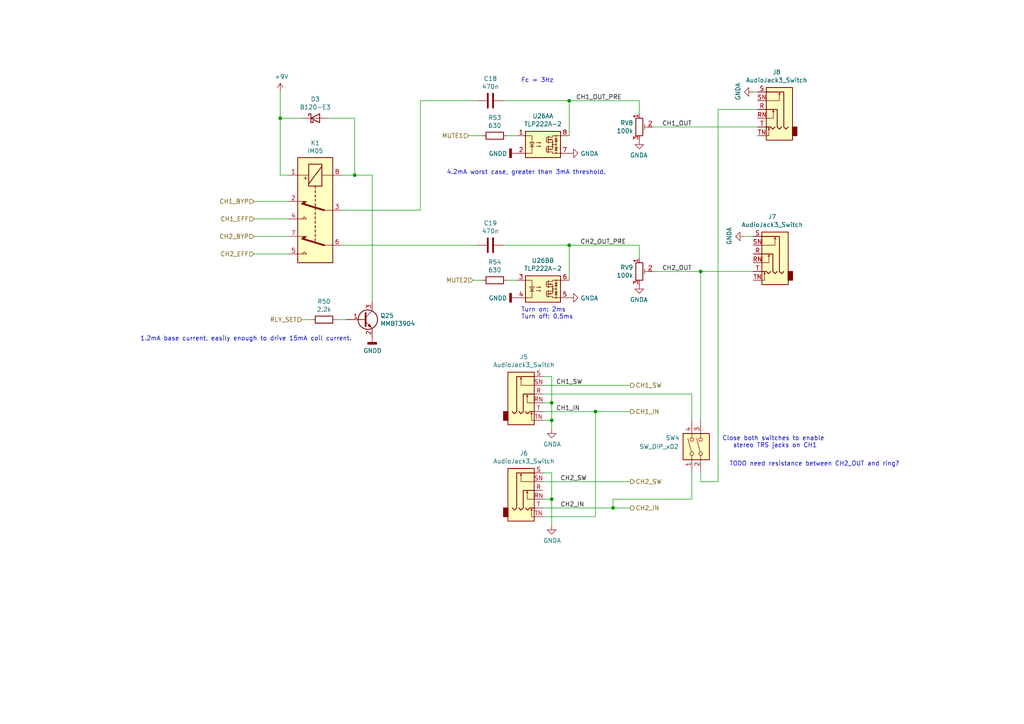
<source format=kicad_sch>
(kicad_sch (version 20250114) (generator "eeschema") (generator_version "9.0")
  (paper "A4")
  (lib_symbols
    (symbol "Device:C" (pin_numbers (hide yes)) (pin_names (offset 0.254))
      (property "Reference" "C" (at 0.635 2.54 0))
      (property "Value" "C" (at 0.635 -2.54 0))
      (symbol "C_0_1"
        (polyline (pts (xy -2.032 0.762) (xy 2.032 0.762)) (stroke (width 0.508)))
        (polyline (pts (xy -2.032 -0.762) (xy 2.032 -0.762)) (stroke (width 0.508)))
      )
      (symbol "C_1_1"
        (pin passive line (at 0 3.81 270) (length 2.794) (name "~") (number "1"))
        (pin passive line (at 0 -3.81 90) (length 2.794) (name "~") (number "2"))
      )
    )
    (symbol "Device:R" (pin_numbers (hide yes)) (pin_names (offset 0))
      (property "Reference" "R" (at 2.032 0 90))
      (property "Value" "R" (at 0 0 90))
      (symbol "R_0_1"
        (rectangle (start -1.016 -2.54) (end 1.016 2.54) (stroke (width 0.254)))
      )
      (symbol "R_1_1"
        (pin passive line (at 0 3.81 270) (length 1.27) (name "~") (number "1"))
        (pin passive line (at 0 -3.81 90) (length 1.27) (name "~") (number "2"))
      )
    )
    (symbol "Digital Board Rev 2-rescue:+9V-power" (power) (pin_names (offset 0))
      (property "Value" "power_+9V" (at 0 3.556 0))
      (symbol "+9V-power_0_1"
        (polyline (pts (xy -0.762 1.27) (xy 0 2.54)))
        (polyline (pts (xy 0 2.54) (xy 0.762 1.27)))
        (polyline (pts (xy 0 0) (xy 0 2.54)))
      )
      (symbol "+9V-power_1_1"
        (pin power_in line (at 0 0 90) (length 0) (hide yes) (name "+9V") (number "1"))
      )
    )
    (symbol "Digital Board Rev 2-rescue:AudioJack3_Switch-Connector"
      (property "Reference" "J" (at 0 11.43 0))
      (property "Value" "Connector_AudioJack3_Switch" (at 0 8.89 0))
      (symbol "AudioJack3_Switch-Connector_0_1"
        (rectangle (start -5.08 -5.08) (end -6.35 -7.62) (stroke (width 0.254)) (fill (type outline)))
        (polyline (pts (xy -1.905 -5.08) (xy -1.27 -5.715) (xy -0.635 -5.08) (xy -0.635 0) (xy 2.54 0)) (stroke (width 0.254)))
        (polyline (pts (xy -1.27 4.826) (xy -1.016 4.318)))
        (polyline (pts (xy 0 -5.08) (xy 0.635 -5.715) (xy 1.27 -5.08) (xy 2.54 -5.08)) (stroke (width 0.254)))
        (polyline (pts (xy 0.508 -0.254) (xy 0.762 -0.762)))
        (polyline (pts (xy 1.778 -5.334) (xy 2.032 -5.842)))
        (rectangle (start 2.54 6.35) (end -5.08 -8.89) (stroke (width 0.254)) (fill (type background)))
        (polyline (pts (xy 2.54 5.08) (xy -2.54 5.08) (xy -2.54 -5.08) (xy -3.175 -5.715) (xy -3.81 -5.08)) (stroke (width 0.254)))
        (polyline (pts (xy 2.54 2.54) (xy -1.27 2.54) (xy -1.27 4.826) (xy -1.524 4.318)))
        (polyline (pts (xy 2.54 -2.54) (xy 0.508 -2.54) (xy 0.508 -0.254) (xy 0.254 -0.762)))
        (polyline (pts (xy 2.54 -7.62) (xy 1.778 -7.62) (xy 1.778 -5.334) (xy 1.524 -5.842)))
      )
      (symbol "AudioJack3_Switch-Connector_1_1"
        (pin passive line (at 5.08 5.08 180) (length 2.54) (name "~") (number "S"))
        (pin passive line (at 5.08 2.54 180) (length 2.54) (name "~") (number "SN"))
        (pin passive line (at 5.08 0 180) (length 2.54) (name "~") (number "R"))
        (pin passive line (at 5.08 -2.54 180) (length 2.54) (name "~") (number "RN"))
        (pin passive line (at 5.08 -5.08 180) (length 2.54) (name "~") (number "T"))
        (pin passive line (at 5.08 -7.62 180) (length 2.54) (name "~") (number "TN"))
      )
    )
    (symbol "Digital Board Rev 2-rescue:GNDA-power" (power) (pin_names (offset 0))
      (property "Value" "power_GNDA" (at 0 -3.81 0))
      (symbol "GNDA-power_0_1"
        (polyline (pts (xy 0 0) (xy 0 -1.27) (xy 1.27 -1.27) (xy 0 -2.54) (xy -1.27 -1.27) (xy 0 -1.27)))
      )
      (symbol "GNDA-power_1_1"
        (pin power_in line (at 0 0 270) (length 0) (hide yes) (name "GNDA") (number "1"))
      )
    )
    (symbol "Digital Board Rev 2-rescue:GNDD-power" (power) (pin_names (offset 0))
      (property "Value" "power_GNDD" (at 0 -3.175 0))
      (symbol "GNDD-power_0_1"
        (rectangle (start -1.27 -1.524) (end 1.27 -2.032) (stroke (width 0.254)) (fill (type outline)))
        (polyline (pts (xy 0 0) (xy 0 -1.524)))
      )
      (symbol "GNDD-power_1_1"
        (pin power_in line (at 0 0 270) (length 0) (hide yes) (name "GNDD") (number "1"))
      )
    )
    (symbol "Digital Board Rev 2-rescue:R_POT_TRIM-Device" (pin_names (offset 1.016) (hide yes))
      (property "Reference" "RV" (at -4.445 0 90))
      (property "Value" "Device_R_POT_TRIM" (at -2.54 0 90))
      (symbol "R_POT_TRIM-Device_0_1"
        (rectangle (start 1.016 2.54) (end -1.016 -2.54) (stroke (width 0.254)))
        (polyline (pts (xy 1.524 0.762) (xy 1.524 -0.762)))
        (polyline (pts (xy 2.54 0) (xy 1.524 0)))
      )
      (symbol "R_POT_TRIM-Device_1_1"
        (pin passive line (at 0 3.81 270) (length 1.27) (name "1") (number "1"))
        (pin passive line (at 0 -3.81 90) (length 1.27) (name "3") (number "3"))
        (pin passive line (at 3.81 0 180) (length 1.27) (name "2") (number "2"))
      )
    )
    (symbol "Diode:B120-E3" (pin_numbers (hide yes)) (pin_names (hide yes))
      (property "Reference" "D" (at 0 2.54 0))
      (property "Value" "B120-E3" (at 0 -2.54 0))
      (symbol "B120-E3_0_1"
        (polyline (pts (xy -1.905 0.635) (xy -1.905 1.27) (xy -1.27 1.27) (xy -1.27 -1.27) (xy -0.635 -1.27) (xy -0.635 -0.635)) (stroke (width 0.254)))
        (polyline (pts (xy 1.27 1.27) (xy 1.27 -1.27) (xy -1.27 0) (xy 1.27 1.27)) (stroke (width 0.254)))
        (polyline (pts (xy 1.27 0) (xy -1.27 0)))
      )
      (symbol "B120-E3_1_1"
        (pin passive line (at -3.81 0 0) (length 2.54) (name "K") (number "1"))
        (pin passive line (at 3.81 0 180) (length 2.54) (name "A") (number "2"))
      )
    )
    (symbol "Relay:IM05"
      (property "Reference" "K" (at 16.51 3.81 0))
      (property "Value" "IM05" (at 16.51 1.27 0))
      (symbol "IM05_0_0"
        (text "+" (at -9.271 2.921 0) (effects (font (size 1.27 1.27))))
      )
      (symbol "IM05_0_1"
        (rectangle (start -15.24 5.08) (end 15.24 -5.08) (stroke (width 0.254)) (fill (type background)))
        (rectangle (start -13.335 1.905) (end -6.985 -1.905) (stroke (width 0.254)))
        (polyline (pts (xy -12.7 -1.905) (xy -7.62 1.905)) (stroke (width 0.254)))
        (polyline (pts (xy -10.16 5.08) (xy -10.16 1.905)))
        (polyline (pts (xy -10.16 -5.08) (xy -10.16 -1.905)))
        (polyline (pts (xy -6.985 0) (xy -6.35 0)) (stroke (width 0.254)))
        (polyline (pts (xy -5.715 0) (xy -5.08 0)) (stroke (width 0.254)))
        (polyline (pts (xy -4.445 0) (xy -3.81 0)) (stroke (width 0.254)))
        (polyline (pts (xy -3.175 0) (xy -2.54 0)) (stroke (width 0.254)))
        (polyline (pts (xy -2.54 5.08) (xy -2.54 2.54) (xy -1.905 3.175) (xy -2.54 3.81)) (fill (type outline)))
        (polyline (pts (xy -1.905 0) (xy -1.27 0)) (stroke (width 0.254)))
        (polyline (pts (xy -0.635 0) (xy 0 0)) (stroke (width 0.254)))
        (polyline (pts (xy 0 -2.54) (xy -1.905 3.81)) (stroke (width 0.508)))
        (polyline (pts (xy 0 -2.54) (xy 0 -5.08)))
        (polyline (pts (xy 0.635 0) (xy 1.27 0)) (stroke (width 0.254)))
        (polyline (pts (xy 1.905 0) (xy 2.54 0)) (stroke (width 0.254)))
        (polyline (pts (xy 2.54 5.08) (xy 2.54 2.54) (xy 1.905 3.175) (xy 2.54 3.81)))
        (polyline (pts (xy 3.175 0) (xy 3.81 0)) (stroke (width 0.254)))
        (polyline (pts (xy 4.445 0) (xy 5.08 0)) (stroke (width 0.254)))
        (polyline (pts (xy 5.715 0) (xy 6.35 0)) (stroke (width 0.254)))
        (polyline (pts (xy 6.985 0) (xy 7.62 0)) (stroke (width 0.254)))
        (polyline (pts (xy 7.62 5.08) (xy 7.62 2.54) (xy 8.255 3.175) (xy 7.62 3.81)) (fill (type outline)))
        (polyline (pts (xy 8.255 0) (xy 8.89 0)) (stroke (width 0.254)))
        (polyline (pts (xy 10.16 -2.54) (xy 8.255 3.81)) (stroke (width 0.508)))
        (polyline (pts (xy 10.16 -2.54) (xy 10.16 -5.08)))
        (polyline (pts (xy 12.7 5.08) (xy 12.7 2.54) (xy 12.065 3.175) (xy 12.7 3.81)))
      )
      (symbol "IM05_1_1"
        (pin passive line (at -10.16 7.62 270) (length 2.54) (name "~") (number "1"))
        (pin passive line (at -10.16 -7.62 90) (length 2.54) (name "~") (number "8"))
        (pin passive line (at -2.54 7.62 270) (length 2.54) (name "~") (number "2"))
        (pin passive line (at 0 -7.62 90) (length 2.54) (name "~") (number "3"))
        (pin passive line (at 2.54 7.62 270) (length 2.54) (name "~") (number "4"))
        (pin passive line (at 7.62 7.62 270) (length 2.54) (name "~") (number "7"))
        (pin passive line (at 10.16 -7.62 90) (length 2.54) (name "~") (number "6"))
        (pin passive line (at 12.7 7.62 270) (length 2.54) (name "~") (number "5"))
      )
    )
    (symbol "Relay_SolidState:TLP222A-2"
      (property "Reference" "U" (at -5.08 5.08 0))
      (property "Value" "TLP222A-2" (at 0 5.08 0))
      (symbol "TLP222A-2_0_1"
        (rectangle (start -5.08 3.81) (end 5.08 -3.81) (stroke (width 0.254)) (fill (type background)))
        (polyline (pts (xy -5.08 2.54) (xy -3.175 2.54) (xy -3.175 -2.54) (xy -5.08 -2.54)))
        (polyline (pts (xy -3.81 -0.635) (xy -2.54 -0.635)))
        (polyline (pts (xy -3.175 -0.635) (xy -3.81 0.635) (xy -2.54 0.635) (xy -3.175 -0.635)))
        (polyline (pts (xy -1.905 0.508) (xy -0.635 0.508) (xy -1.016 0.381) (xy -1.016 0.635) (xy -0.635 0.508)))
        (polyline (pts (xy -1.905 -0.508) (xy -0.635 -0.508) (xy -1.016 -0.635) (xy -1.016 -0.381) (xy -0.635 -0.508)))
        (polyline (pts (xy 1.016 2.159) (xy 1.016 0.635)) (stroke (width 0.2032)))
        (polyline (pts (xy 1.016 -0.635) (xy 1.016 -2.159)) (stroke (width 0.2032)))
        (polyline (pts (xy 1.524 2.286) (xy 1.524 2.032) (xy 1.524 2.032)) (stroke (width 0.3556)))
        (polyline (pts (xy 1.524 1.524) (xy 1.524 1.27) (xy 1.524 1.27)) (stroke (width 0.3556)))
        (polyline (pts (xy 1.524 0.762) (xy 1.524 0.508) (xy 1.524 0.508)) (stroke (width 0.3556)))
        (polyline (pts (xy 1.524 -0.508) (xy 1.524 -0.762)) (stroke (width 0.3556)))
        (polyline (pts (xy 1.524 -1.27) (xy 1.524 -1.524) (xy 1.524 -1.524)) (stroke (width 0.3556)))
        (polyline (pts (xy 1.524 -2.032) (xy 1.524 -2.286) (xy 1.524 -2.286)) (stroke (width 0.3556)))
        (polyline (pts (xy 1.651 2.159) (xy 2.794 2.159) (xy 2.794 2.54) (xy 5.08 2.54)))
        (polyline (pts (xy 1.651 1.397) (xy 2.794 1.397) (xy 2.794 0.635)))
        (polyline (pts (xy 1.651 -0.635) (xy 2.794 -0.635) (xy 2.794 0.635) (xy 1.651 0.635)))
        (polyline (pts (xy 1.651 -1.397) (xy 2.794 -1.397) (xy 2.794 -0.635)))
        (polyline (pts (xy 1.651 -2.159) (xy 2.794 -2.159) (xy 2.794 -2.54) (xy 5.08 -2.54)))
        (polyline (pts (xy 1.778 1.397) (xy 2.286 1.524) (xy 2.286 1.27) (xy 1.778 1.397)))
        (polyline (pts (xy 1.778 -1.397) (xy 2.286 -1.27) (xy 2.286 -1.524) (xy 1.778 -1.397)))
        (circle (center 2.794 0.635) (radius 0.127))
        (polyline (pts (xy 2.794 0) (xy 3.81 0)))
        (circle (center 2.794 0) (radius 0.127))
        (circle (center 2.794 -0.635) (radius 0.127))
        (polyline (pts (xy 3.429 1.651) (xy 4.191 1.651)))
        (polyline (pts (xy 3.429 -1.651) (xy 4.191 -1.651)))
        (circle (center 3.81 2.54) (radius 0.127))
        (polyline (pts (xy 3.81 1.651) (xy 3.429 0.889) (xy 4.191 0.889) (xy 3.81 1.651)))
        (circle (center 3.81 0) (radius 0.127))
        (polyline (pts (xy 3.81 -1.651) (xy 3.429 -0.889) (xy 4.191 -0.889) (xy 3.81 -1.651)))
        (polyline (pts (xy 3.81 -2.54) (xy 3.81 2.54)))
        (circle (center 3.81 -2.54) (radius 0.127))
      )
      (symbol "TLP222A-2_1_1"
        (pin passive line (at -7.62 2.54 0) (length 2.54) (name "~") (number "1"))
        (pin passive line (at -7.62 -2.54 0) (length 2.54) (name "~") (number "2"))
        (pin passive line (at 7.62 2.54 180) (length 2.54) (name "~") (number "8"))
        (pin passive line (at 7.62 -2.54 180) (length 2.54) (name "~") (number "7"))
      )
      (symbol "TLP222A-2_2_1"
        (pin passive line (at -7.62 2.54 0) (length 2.54) (name "~") (number "3"))
        (pin passive line (at -7.62 -2.54 0) (length 2.54) (name "~") (number "4"))
        (pin passive line (at 7.62 2.54 180) (length 2.54) (name "~") (number "6"))
        (pin passive line (at 7.62 -2.54 180) (length 2.54) (name "~") (number "5"))
      )
    )
    (symbol "Switch:SW_DIP_x02" (pin_names (offset 0) (hide yes))
      (property "Reference" "SW" (at 0 6.35 0))
      (property "Value" "SW_DIP_x02" (at 0 -3.81 0))
      (symbol "SW_DIP_x02_0_0"
        (circle (center -2.032 2.54) (radius 0.508))
        (circle (center -2.032 0) (radius 0.508))
        (polyline (pts (xy -1.524 2.667) (xy 2.3622 3.7084)))
        (polyline (pts (xy -1.524 0.127) (xy 2.3622 1.1684)))
        (circle (center 2.032 2.54) (radius 0.508))
        (circle (center 2.032 0) (radius 0.508))
      )
      (symbol "SW_DIP_x02_0_1"
        (rectangle (start -3.81 5.08) (end 3.81 -2.54) (stroke (width 0.254)) (fill (type background)))
      )
      (symbol "SW_DIP_x02_1_1"
        (pin passive line (at -7.62 2.54 0) (length 5.08) (name "~") (number "1"))
        (pin passive line (at -7.62 0 0) (length 5.08) (name "~") (number "2"))
        (pin passive line (at 7.62 2.54 180) (length 5.08) (name "~") (number "4"))
        (pin passive line (at 7.62 0 180) (length 5.08) (name "~") (number "3"))
      )
    )
    (symbol "Transistor_BJT:MMBT3904" (pin_names (offset 0) (hide yes))
      (property "Reference" "Q" (at 5.08 1.905 0))
      (property "Value" "MMBT3904" (at 5.08 0 0))
      (symbol "MMBT3904_0_1"
        (polyline (pts (xy 0.635 1.905) (xy 0.635 -1.905) (xy 0.635 -1.905)) (stroke (width 0.508)))
        (polyline (pts (xy 0.635 0.635) (xy 2.54 2.54)))
        (polyline (pts (xy 0.635 -0.635) (xy 2.54 -2.54) (xy 2.54 -2.54)))
        (circle (center 1.27 0) (radius 2.8194) (stroke (width 0.254)))
        (polyline (pts (xy 1.27 -1.778) (xy 1.778 -1.27) (xy 2.286 -2.286) (xy 1.27 -1.778) (xy 1.27 -1.778)) (fill (type outline)))
      )
      (symbol "MMBT3904_1_1"
        (pin input line (at -5.08 0 0) (length 5.715) (name "B") (number "1"))
        (pin passive line (at 2.54 5.08 270) (length 2.54) (name "C") (number "3"))
        (pin passive line (at 2.54 -5.08 90) (length 2.54) (name "E") (number "2"))
      )
    )
  )
  (text "Close both switches to enable \nstereo TRS jacks on CH1" (at 224.79 128.27 0) (effects (font (size 1.27 1.27))))
  (text "TODO need resistance between CH2_OUT and ring?" (at 236.22 134.62 0) (effects (font (size 1.27 1.27))))
  (text "1.2mA base current, easily enough to drive 15mA coil current." (at 40.64 99.06 0) (effects (font (size 1.27 1.27)) (justify left bottom)))
  (text "Turn on: 2ms\nTurn off: 0.5ms" (at 151.13 92.71 0) (effects (font (size 1.27 1.27)) (justify left bottom)))
  (text "4.2mA worst case, greater than 3mA threshold." (at 129.54 50.8 0) (effects (font (size 1.27 1.27)) (justify left bottom)))
  (text "Fc = 3Hz" (at 151.13 24.13 0) (effects (font (size 1.27 1.27)) (justify left bottom)))
  (junction (at 172.72 119.38))
  (junction (at 160.02 121.92))
  (junction (at 165.1 29.21))
  (junction (at 165.1 71.12))
  (junction (at 177.8 147.32))
  (junction (at 81.28 34.29))
  (junction (at 203.2 78.74))
  (junction (at 102.87 50.8))
  (junction (at 160.02 116.84))
  (junction (at 160.02 144.78))
  (wire (pts (xy 177.8 147.32) (xy 182.88 147.32)))
  (wire (pts (xy 157.48 149.86) (xy 172.72 149.86)))
  (wire (pts (xy 172.72 149.86) (xy 172.72 119.38)))
  (wire (pts (xy 203.2 78.74) (xy 218.44 78.74)))
  (wire (pts (xy 157.48 137.16) (xy 160.02 137.16)))
  (wire (pts (xy 81.28 34.29) (xy 81.28 50.8)))
  (wire (pts (xy 200.66 137.16) (xy 200.66 144.78)))
  (wire (pts (xy 157.48 144.78) (xy 160.02 144.78)))
  (wire (pts (xy 157.48 119.38) (xy 172.72 119.38)))
  (wire (pts (xy 185.42 29.21) (xy 165.1 29.21)))
  (wire (pts (xy 157.48 116.84) (xy 160.02 116.84)))
  (wire (pts (xy 157.48 111.76) (xy 182.88 111.76)))
  (wire (pts (xy 146.05 71.12) (xy 165.1 71.12)))
  (wire (pts (xy 215.9 68.58) (xy 218.44 68.58)))
  (wire (pts (xy 107.95 50.8) (xy 102.87 50.8)))
  (wire (pts (xy 200.66 144.78) (xy 177.8 144.78)))
  (wire (pts (xy 73.66 73.66) (xy 83.82 73.66)))
  (wire (pts (xy 157.48 114.3) (xy 200.66 114.3)))
  (wire (pts (xy 81.28 50.8) (xy 83.82 50.8)))
  (wire (pts (xy 160.02 121.92) (xy 160.02 116.84)))
  (wire (pts (xy 185.42 33.02) (xy 185.42 29.21)))
  (wire (pts (xy 147.32 39.37) (xy 149.86 39.37)))
  (wire (pts (xy 90.17 92.71) (xy 87.63 92.71)))
  (wire (pts (xy 203.2 78.74) (xy 203.2 121.92)))
  (wire (pts (xy 107.95 50.8) (xy 107.95 87.63)))
  (wire (pts (xy 73.66 63.5) (xy 83.82 63.5)))
  (wire (pts (xy 121.92 29.21) (xy 121.92 60.96)))
  (wire (pts (xy 157.48 139.7) (xy 182.88 139.7)))
  (wire (pts (xy 208.28 31.75) (xy 208.28 139.7)))
  (wire (pts (xy 185.42 71.12) (xy 165.1 71.12)))
  (wire (pts (xy 165.1 81.28) (xy 165.1 71.12)))
  (wire (pts (xy 165.1 39.37) (xy 165.1 29.21)))
  (wire (pts (xy 189.23 78.74) (xy 203.2 78.74)))
  (wire (pts (xy 157.48 147.32) (xy 177.8 147.32)))
  (wire (pts (xy 73.66 58.42) (xy 83.82 58.42)))
  (wire (pts (xy 97.79 92.71) (xy 100.33 92.71)))
  (wire (pts (xy 200.66 114.3) (xy 200.66 121.92)))
  (wire (pts (xy 218.44 26.67) (xy 219.71 26.67)))
  (wire (pts (xy 160.02 116.84) (xy 160.02 109.22)))
  (wire (pts (xy 160.02 144.78) (xy 160.02 137.16)))
  (wire (pts (xy 157.48 109.22) (xy 160.02 109.22)))
  (wire (pts (xy 73.66 68.58) (xy 83.82 68.58)))
  (wire (pts (xy 102.87 34.29) (xy 95.25 34.29)))
  (wire (pts (xy 81.28 26.67) (xy 81.28 34.29)))
  (wire (pts (xy 203.2 139.7) (xy 203.2 137.16)))
  (wire (pts (xy 102.87 50.8) (xy 102.87 34.29)))
  (wire (pts (xy 139.7 81.28) (xy 137.16 81.28)))
  (wire (pts (xy 177.8 144.78) (xy 177.8 147.32)))
  (wire (pts (xy 139.7 39.37) (xy 135.89 39.37)))
  (wire (pts (xy 160.02 152.4) (xy 160.02 144.78)))
  (wire (pts (xy 99.06 50.8) (xy 102.87 50.8)))
  (wire (pts (xy 99.06 71.12) (xy 138.43 71.12)))
  (wire (pts (xy 172.72 119.38) (xy 182.88 119.38)))
  (wire (pts (xy 219.71 31.75) (xy 208.28 31.75)))
  (wire (pts (xy 160.02 124.46) (xy 160.02 121.92)))
  (wire (pts (xy 185.42 74.93) (xy 185.42 71.12)))
  (wire (pts (xy 138.43 29.21) (xy 121.92 29.21)))
  (wire (pts (xy 121.92 60.96) (xy 99.06 60.96)))
  (wire (pts (xy 157.48 121.92) (xy 160.02 121.92)))
  (wire (pts (xy 147.32 81.28) (xy 149.86 81.28)))
  (wire (pts (xy 146.05 29.21) (xy 165.1 29.21)))
  (wire (pts (xy 189.23 36.83) (xy 219.71 36.83)))
  (wire (pts (xy 87.63 34.29) (xy 81.28 34.29)))
  (wire (pts (xy 208.28 139.7) (xy 203.2 139.7)))
  (label "CH1_SW" (at 161.29 111.76 0))
  (label "CH2_OUT" (at 200.66 78.74 180))
  (label "CH1_OUT_PRE" (at 180.34 29.21 180))
  (label "CH1_IN" (at 161.29 119.38 0))
  (label "CH1_OUT" (at 200.66 36.83 180))
  (label "CH2_SW" (at 162.56 139.7 0))
  (label "CH2_OUT_PRE" (at 181.61 71.12 180))
  (label "CH2_IN" (at 162.56 147.32 0))
  (hierarchical_label "CH1_EFF" (shape input) (at 73.66 63.5 180))
  (hierarchical_label "CH2_SW" (shape output) (at 182.88 139.7 0))
  (hierarchical_label "RLY_SET" (shape input) (at 87.63 92.71 180))
  (hierarchical_label "CH2_IN" (shape output) (at 182.88 147.32 0))
  (hierarchical_label "CH1_IN" (shape output) (at 182.88 119.38 0))
  (hierarchical_label "MUTE2" (shape input) (at 137.16 81.28 180))
  (hierarchical_label "CH1_BYP" (shape input) (at 73.66 58.42 180))
  (hierarchical_label "CH2_EFF" (shape input) (at 73.66 73.66 180))
  (hierarchical_label "CH1_SW" (shape output) (at 182.88 111.76 0))
  (hierarchical_label "MUTE1" (shape input) (at 135.89 39.37 180))
  (hierarchical_label "CH2_BYP" (shape input) (at 73.66 68.58 180))
  (symbol (lib_id "Digital Board Rev 2-rescue:AudioJack3_Switch-Connector") (at 152.4 114.3 0) (unit 1)
    (property "Reference" "J5" (at 151.9428 103.505 0))
    (property "Value" "AudioJack3_Switch" (at 151.9428 105.8164 0))
    (property "Footprint" "Pinebox:Jack_0.25in_TRS_Switched" (effects (hide yes)))
  )
  (symbol (lib_id "Digital Board Rev 2-rescue:GNDA-power") (at 160.02 124.46 0) (unit 1)
    (property "Reference" "#PWR0180" (effects (hide yes)))
    (property "Value" "GNDA" (at 160.147 128.8542 0))
  )
  (symbol (lib_id "Digital Board Rev 2-rescue:GNDA-power") (at 160.02 152.4 0) (unit 1)
    (property "Reference" "#PWR0181" (effects (hide yes)))
    (property "Value" "GNDA" (at 160.147 156.7942 0))
  )
  (symbol (lib_id "Digital Board Rev 2-rescue:AudioJack3_Switch-Connector") (at 152.4 142.24 0) (unit 1)
    (property "Reference" "J6" (at 151.9428 131.445 0))
    (property "Value" "AudioJack3_Switch" (at 151.9428 133.7564 0))
    (property "Footprint" "Pinebox:Jack_0.25in_TRS_Switched" (effects (hide yes)))
  )
  (symbol (lib_id "Digital Board Rev 2-rescue:GNDA-power") (at 218.44 26.67 270) (mirror x) (unit 1)
    (property "Reference" "#PWR0182" (effects (hide yes)))
    (property "Value" "GNDA" (at 214.0458 26.543 0))
  )
  (symbol (lib_id "Digital Board Rev 2-rescue:AudioJack3_Switch-Connector") (at 224.79 31.75 0) (mirror y) (unit 1)
    (property "Reference" "J8" (at 225.2472 20.955 0))
    (property "Value" "AudioJack3_Switch" (at 225.2472 23.2664 0))
    (property "Footprint" "Pinebox:Jack_0.25in_TRS_Switched" (effects (hide yes)))
  )
  (symbol (lib_id "Digital Board Rev 2-rescue:GNDA-power") (at 215.9 68.58 270) (mirror x) (unit 1)
    (property "Reference" "#PWR0183" (effects (hide yes)))
    (property "Value" "GNDA" (at 211.5058 68.453 0))
  )
  (symbol (lib_id "Digital Board Rev 2-rescue:AudioJack3_Switch-Connector") (at 223.52 73.66 0) (mirror y) (unit 1)
    (property "Reference" "J7" (at 223.9772 62.865 0))
    (property "Value" "AudioJack3_Switch" (at 223.9772 65.1764 0))
    (property "Footprint" "Pinebox:Jack_0.25in_TRS_Switched" (effects (hide yes)))
  )
  (symbol (lib_id "Relay:IM05") (at 91.44 60.96 90) (mirror x) (unit 1)
    (property "Reference" "K1" (at 91.44 41.4782 90))
    (property "Value" "IM05" (at 91.44 43.7896 90))
    (property "Footprint" "Pinebox:Relay_DPDT_NL_TE_IM05GR" (effects (hide yes)))
    (property "Datasheet" "http://www.te.com/commerce/DocumentDelivery/DDEController?Action=srchrtrv&DocNm=108-98001&DocType=SS&DocLang=EN" (effects (hide yes)))
  )
  (symbol (lib_id "Relay_SolidState:TLP222A-2") (at 157.48 41.91 0) (unit 1)
    (property "Reference" "U26A" (at 157.48 33.655 0))
    (property "Value" "TLP222A-2" (at 157.48 35.9664 0))
    (property "Footprint" "Package_DIP:DIP-8_W7.62mm" (effects (hide yes)))
    (property "Datasheet" "https://toshiba.semicon-storage.com/info/docget.jsp?did=17036&prodName=TLP222A" (effects (hide yes)))
  )
  (symbol (lib_id "Digital Board Rev 2-rescue:GNDD-power") (at 149.86 44.45 270) (unit 1)
    (property "Reference" "#PWR0184" (effects (hide yes)))
    (property "Value" "GNDD" (at 147.066 44.5516 90) (effects (justify right)))
  )
  (symbol (lib_id "Digital Board Rev 2-rescue:GNDA-power") (at 165.1 44.45 90) (mirror x) (unit 1)
    (property "Reference" "#PWR0185" (effects (hide yes)))
    (property "Value" "GNDA" (at 168.3512 44.577 90) (effects (justify right)))
  )
  (symbol (lib_id "Relay_SolidState:TLP222A-2") (at 157.48 83.82 0) (unit 2)
    (property "Reference" "U26B" (at 157.48 75.565 0))
    (property "Value" "TLP222A-2" (at 157.48 77.8764 0))
    (property "Footprint" "Package_DIP:DIP-8_W7.62mm" (effects (hide yes)))
    (property "Datasheet" "https://toshiba.semicon-storage.com/info/docget.jsp?did=17036&prodName=TLP222A" (effects (hide yes)))
  )
  (symbol (lib_id "Digital Board Rev 2-rescue:GNDD-power") (at 149.86 86.36 270) (unit 1)
    (property "Reference" "#PWR0186" (effects (hide yes)))
    (property "Value" "GNDD" (at 147.066 86.4616 90) (effects (justify right)))
  )
  (symbol (lib_id "Digital Board Rev 2-rescue:GNDA-power") (at 165.1 86.36 90) (mirror x) (unit 1)
    (property "Reference" "#PWR0187" (effects (hide yes)))
    (property "Value" "GNDA" (at 168.3512 86.487 90) (effects (justify right)))
  )
  (symbol (lib_id "Diode:B120-E3") (at 91.44 34.29 0) (unit 1)
    (property "Reference" "D3" (at 91.44 28.7782 0))
    (property "Value" "B120-E3" (at 91.44 31.0896 0))
    (property "Footprint" "Diode_SMD:D_SMA" (effects (hide yes)))
    (property "Datasheet" "http://www.vishay.com/docs/88946/b120.pdf" (effects (hide yes)))
  )
  (symbol (lib_id "Digital Board Rev 2-rescue:+9V-power") (at 81.28 26.67 0) (unit 1)
    (property "Reference" "#PWR0188" (effects (hide yes)))
    (property "Value" "+9V" (at 81.661 22.2758 0))
  )
  (symbol (lib_id "Transistor_BJT:MMBT3904") (at 105.41 92.71 0) (unit 1)
    (property "Reference" "Q25" (at 110.2614 91.5416 0) (effects (justify left)))
    (property "Value" "MMBT3904" (at 110.2614 93.853 0) (effects (justify left)))
    (property "Footprint" "Package_TO_SOT_SMD:SOT-23" (effects (hide yes)))
    (property "Datasheet" "https://www.onsemi.com/pub/Collateral/2N3903-D.PDF" (effects (hide yes)))
  )
  (symbol (lib_id "Digital Board Rev 2-rescue:GNDD-power") (at 107.95 97.79 0) (unit 1)
    (property "Reference" "#PWR0189" (effects (hide yes)))
    (property "Value" "GNDD" (at 108.0516 101.727 0))
  )
  (symbol (lib_id "Device:R") (at 93.98 92.71 270) (unit 1)
    (property "Reference" "R50" (at 93.98 87.4522 90))
    (property "Value" "2.2k" (at 93.98 89.7636 90))
    (property "Footprint" "Resistor_SMD:R_0805_2012Metric_Pad1.20x1.40mm_HandSolder" (effects (hide yes)))
  )
  (symbol (lib_id "Device:C") (at 142.24 29.21 270) (unit 1)
    (property "Reference" "C18" (at 142.24 22.8092 90))
    (property "Value" "470n" (at 142.24 25.1206 90))
    (property "Footprint" "Capacitor_SMD:C_0805_2012Metric_Pad1.18x1.45mm_HandSolder" (effects (hide yes)))
  )
  (symbol (lib_id "Digital Board Rev 2-rescue:GNDA-power") (at 185.42 40.64 0) (mirror y) (unit 1)
    (property "Reference" "#PWR0190" (effects (hide yes)))
    (property "Value" "GNDA" (at 185.293 45.0342 0))
  )
  (symbol (lib_id "Digital Board Rev 2-rescue:GNDA-power") (at 185.42 82.55 0) (mirror y) (unit 1)
    (property "Reference" "#PWR0191" (effects (hide yes)))
    (property "Value" "GNDA" (at 185.293 86.9442 0))
  )
  (symbol (lib_id "Device:C") (at 142.24 71.12 270) (unit 1)
    (property "Reference" "C19" (at 142.24 64.7192 90))
    (property "Value" "470n" (at 142.24 67.0306 90))
    (property "Footprint" "Capacitor_SMD:C_0805_2012Metric_Pad1.18x1.45mm_HandSolder" (effects (hide yes)))
  )
  (symbol (lib_id "Digital Board Rev 2-rescue:R_POT_TRIM-Device") (at 185.42 36.83 0) (unit 1)
    (property "Reference" "RV8" (at 183.6674 35.6616 0) (effects (justify right)))
    (property "Value" "100k" (at 183.6674 37.973 0) (effects (justify right)))
    (property "Footprint" "Potentiometer_SMD:Potentiometer_Bourns_3314G_Vertical" (effects (hide yes)))
  )
  (symbol (lib_id "Digital Board Rev 2-rescue:R_POT_TRIM-Device") (at 185.42 78.74 0) (unit 1)
    (property "Reference" "RV9" (at 183.6674 77.5716 0) (effects (justify right)))
    (property "Value" "100k" (at 183.6674 79.883 0) (effects (justify right)))
    (property "Footprint" "Potentiometer_SMD:Potentiometer_Bourns_3314G_Vertical" (effects (hide yes)))
  )
  (symbol (lib_id "Device:R") (at 143.51 39.37 270) (unit 1)
    (property "Reference" "R53" (at 143.51 34.1122 90))
    (property "Value" "630" (at 143.51 36.4236 90))
    (property "Footprint" "Resistor_SMD:R_0805_2012Metric_Pad1.20x1.40mm_HandSolder" (effects (hide yes)))
  )
  (symbol (lib_id "Device:R") (at 143.51 81.28 270) (unit 1)
    (property "Reference" "R54" (at 143.51 76.0222 90))
    (property "Value" "630" (at 143.51 78.3336 90))
    (property "Footprint" "Resistor_SMD:R_0805_2012Metric_Pad1.20x1.40mm_HandSolder" (effects (hide yes)))
  )
  (symbol (lib_id "Switch:SW_DIP_x02") (at 203.2 129.54 90) (unit 1)
    (property "Reference" "SW4" (at 193.04 127 90) (effects (justify right)))
    (property "Value" "SW_DIP_x02" (at 185.42 129.54 90) (effects (justify right)))
    (property "Description" "2x DIP Switch, Single Pole Single Throw (SPST) switch, small symbol" (effects (hide yes)))
  )
)
</source>
